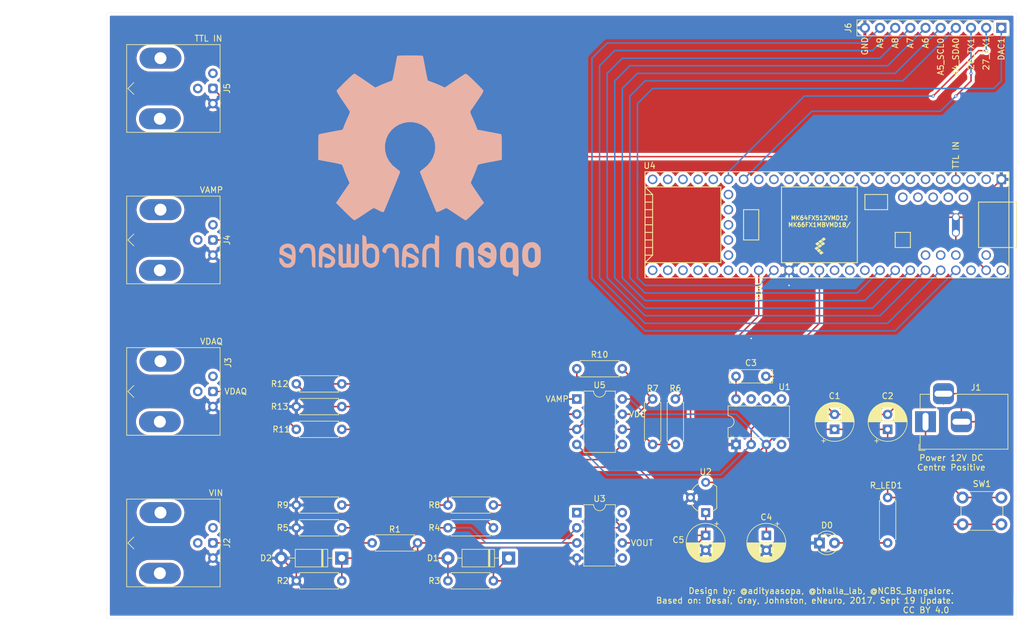
<source format=kicad_pcb>
(kicad_pcb (version 20171130) (host pcbnew "(5.1.6)-1")
  (title_block (title "Dynamic Clamp with Teensy") (date 2020-09-09) (rev v02) (comment 1 "CC BY 4.0") (comment 2 "Based on Desai, Gray, Johnston, eNeuro, 2017. Updated on Sept 19.") (comment 3 "Bhalla Lab, NCBS, Bengaluru") (comment 4 "Aditya Asopa"))
  (layers (0 F.Cu signal) (31 B.Cu signal) (36 B.SilkS user) (37 F.SilkS user) (38 B.Mask user) (39 F.Mask user) (44 Edge.Cuts user))
  (net 0 "")
  (net 1 -6V)
  (net 2 +6V)
  (net 3 "Net-(C3-Pad1)")
  (net 4 GND)
  (net 5 +3V3)
  (net 6 "Net-(D0-Pad2)")
  (net 7 "Net-(D1-Pad2)")
  (net 8 "Net-(J1-Pad1)")
  (net 9 "Net-(J2-Pad1)")
  (net 10 "Net-(J3-Pad1)")
  (net 11 "Net-(J5-Pad1)")
  (net 12 /DAC1)
  (net 13 /27_RX1)
  (net 14 /26_TX1)
  (net 15 /A4_SDA0)
  (net 16 /A5_SCL0)
  (net 17 /A6)
  (net 18 /A7)
  (net 19 /A8)
  (net 20 /A9)
  (net 21 GNDA)
  (net 22 "Net-(R4-Pad1)")
  (net 23 "Net-(R4-Pad2)")
  (net 24 "Net-(R6-Pad2)")
  (net 25 "Net-(R6-Pad1)")
  (net 26 "Net-(R10-Pad2)")
  (net 27 "Net-(R8-Pad1)")
  (net 28 "Net-(R10-Pad1)")
  (net 29 "Net-(R12-Pad2)")
  (net 30 "Net-(U1-Pad4)")
  (net 31 "Net-(U1-Pad7)")
  (net 32 "Net-(U1-Pad6)")
  (net 33 "Net-(U1-Pad5)")
  (net 34 "Net-(U3-Pad1)")
  (net 35 "Net-(U3-Pad5)")
  (net 36 "Net-(U3-Pad8)")
  (net 37 "Net-(U4-Pad17)")
  (net 38 "Net-(U4-Pad20)")
  (net 39 "Net-(U4-Pad16)")
  (net 40 "Net-(U4-Pad15)")
  (net 41 "Net-(U4-Pad14)")
  (net 42 "Net-(U4-Pad21)")
  (net 43 "Net-(U4-Pad22)")
  (net 44 "Net-(U4-Pad23)")
  (net 45 "Net-(U4-Pad24)")
  (net 46 "Net-(U4-Pad25)")
  (net 47 "Net-(U4-Pad26)")
  (net 48 "Net-(U4-Pad27)")
  (net 49 "Net-(U4-Pad28)")
  (net 50 "Net-(U4-Pad29)")
  (net 51 "Net-(U4-Pad30)")
  (net 52 "Net-(U4-Pad31)")
  (net 53 "Net-(U4-Pad32)")
  (net 54 "Net-(U4-Pad33)")
  (net 55 "Net-(U4-Pad34)")
  (net 56 "Net-(U4-Pad35)")
  (net 57 "Net-(U4-Pad36)")
  (net 58 "Net-(U4-Pad13)")
  (net 59 "Net-(U4-Pad12)")
  (net 60 "Net-(U4-Pad11)")
  (net 61 "Net-(U4-Pad10)")
  (net 62 "Net-(U4-Pad9)")
  (net 63 "Net-(U4-Pad8)")
  (net 64 "Net-(U4-Pad7)")
  (net 65 "Net-(U4-Pad6)")
  (net 66 "Net-(U4-Pad5)")
  (net 67 "Net-(U4-Pad3)")
  (net 68 "Net-(U4-Pad2)")
  (net 69 "Net-(U4-Pad40)")
  (net 70 "Net-(U4-Pad42)")
  (net 71 "Net-(U4-Pad43)")
  (net 72 "Net-(U4-Pad44)")
  (net 73 "Net-(U4-Pad51)")
  (net 74 "Net-(U4-Pad53)")
  (net 75 "Net-(U4-Pad54)")
  (net 76 "Net-(U4-Pad55)")
  (net 77 "Net-(U4-Pad56)")
  (net 78 "Net-(U4-Pad57)")
  (net 79 "Net-(J4-Pad1)")
  (module Symbol:OSHW-Logo2_48.7x40mm_SilkScreen (layer B.Cu) (at 101.6 76.454 180)
    (fp_text reference REF** hide)
    (fp_text value OSHW-Logo2_48.7x40mm_SilkScreen hide)
  )
  (module Capacitor_THT:CP_Radial_D6.3mm_P2.50mm (layer F.Cu) (at 161.29 138.43 270)
    (fp_text reference C4 (at -3.048 0 180) (layer F.SilkS))
    (fp_text value 1uF)
    (pad 2 thru_hole circle (at 2.5 0 270) (size 1.6 1.6) (drill 0.8) (layers *.Cu *.Mask) (net 4 GND))
    (pad 1 thru_hole rect (at 0 0 270) (size 1.6 1.6) (drill 0.8) (layers *.Cu *.Mask) (net 2 +6V))
  )
  (module Button_Switch_THT:SW_PUSH_6mm (layer F.Cu) (at 194.16 132.08)
    (fp_text reference SW1 (at 3.25 -2.286) (layer F.SilkS))
    (fp_text value "Power Switch")
    (pad 1 thru_hole circle (at 6.5 0 90) (size 2 2) (drill 1.1) (layers *.Cu *.Mask) (net 8 "Net-(J1-Pad1)"))
    (pad 2 thru_hole circle (at 6.5 4.5 90) (size 2 2) (drill 1.1) (layers *.Cu *.Mask) (net 2 +6V))
    (pad 1 thru_hole circle (at 0 0 90) (size 2 2) (drill 1.1) (layers *.Cu *.Mask) (net 8 "Net-(J1-Pad1)"))
    (pad 2 thru_hole circle (at 0 4.5 90) (size 2 2) (drill 1.1) (layers *.Cu *.Mask) (net 2 +6V))
  )
  (module Package_DIP:DIP-8_W7.62mm (layer F.Cu) (at 156.21 123.19 90)
    (fp_text reference U1 (at 9.652 8.128 180) (layer F.SilkS))
    (fp_text value TLE2426xP)
    (pad 8 thru_hole oval (at 7.62 0 90) (size 1.6 1.6) (drill 0.8) (layers *.Cu *.Mask) (net 3 "Net-(C3-Pad1)"))
    (pad 4 thru_hole oval (at 0 7.62 90) (size 1.6 1.6) (drill 0.8) (layers *.Cu *.Mask) (net 30 "Net-(U1-Pad4)"))
    (pad 7 thru_hole oval (at 7.62 2.54 90) (size 1.6 1.6) (drill 0.8) (layers *.Cu *.Mask) (net 31 "Net-(U1-Pad7)"))
    (pad 3 thru_hole oval (at 0 5.08 90) (size 1.6 1.6) (drill 0.8) (layers *.Cu *.Mask) (net 2 +6V))
    (pad 6 thru_hole oval (at 7.62 5.08 90) (size 1.6 1.6) (drill 0.8) (layers *.Cu *.Mask) (net 32 "Net-(U1-Pad6)"))
    (pad 2 thru_hole oval (at 0 2.54 90) (size 1.6 1.6) (drill 0.8) (layers *.Cu *.Mask) (net 1 -6V))
    (pad 5 thru_hole oval (at 7.62 7.62 90) (size 1.6 1.6) (drill 0.8) (layers *.Cu *.Mask) (net 33 "Net-(U1-Pad5)"))
    (pad 1 thru_hole rect (at 0 0 90) (size 1.6 1.6) (drill 0.8) (layers *.Cu *.Mask) (net 4 GND))
  )
  (module Capacitor_THT:CP_Radial_D6.3mm_P2.50mm (layer F.Cu) (at 181.61 120.65 90)
    (fp_text reference C2 (at 5.588 0 180) (layer F.SilkS))
    (fp_text value 100uF)
    (pad 1 thru_hole rect (at 0 0 90) (size 1.6 1.6) (drill 0.8) (layers *.Cu *.Mask) (net 2 +6V))
    (pad 2 thru_hole circle (at 2.5 0 90) (size 1.6 1.6) (drill 0.8) (layers *.Cu *.Mask) (net 1 -6V))
  )
  (module Capacitor_THT:CP_Radial_D6.3mm_P2.50mm (layer F.Cu) (at 172.72 120.65 90)
    (fp_text reference C1 (at 5.588 0 180) (layer F.SilkS))
    (fp_text value 100uF)
    (pad 2 thru_hole circle (at 2.5 0 90) (size 1.6 1.6) (drill 0.8) (layers *.Cu *.Mask) (net 1 -6V))
    (pad 1 thru_hole rect (at 0 0 90) (size 1.6 1.6) (drill 0.8) (layers *.Cu *.Mask) (net 2 +6V))
  )
  (module Capacitor_THT:C_Rect_L7.0mm_W2.0mm_P5.00mm (layer F.Cu) (at 156.21 111.76)
    (fp_text reference C3 (at 2.5 -2.25) (layer F.SilkS))
    (fp_text value 1uF)
    (pad 1 thru_hole circle (at 0 0) (size 1.6 1.6) (drill 0.8) (layers *.Cu *.Mask) (net 3 "Net-(C3-Pad1)"))
    (pad 2 thru_hole circle (at 5 0) (size 1.6 1.6) (drill 0.8) (layers *.Cu *.Mask) (net 1 -6V))
  )
  (module Capacitor_THT:CP_Radial_D6.3mm_P2.50mm (layer F.Cu) (at 151.13 138.43 270)
    (fp_text reference C5 (at 0.762 4.572 180) (layer F.SilkS))
    (fp_text value 2.2uF)
    (pad 1 thru_hole rect (at 0 0 270) (size 1.6 1.6) (drill 0.8) (layers *.Cu *.Mask) (net 5 +3V3))
    (pad 2 thru_hole circle (at 2.5 0 270) (size 1.6 1.6) (drill 0.8) (layers *.Cu *.Mask) (net 4 GND))
  )
  (module LED_THT:LED_D3.0mm (layer F.Cu) (at 170.18 139.7)
    (fp_text reference D0 (at 1.27 -2.96) (layer F.SilkS))
    (fp_text value "Power LED")
    (pad 2 thru_hole circle (at 2.54 0) (size 1.8 1.8) (drill 0.9) (layers *.Cu *.Mask) (net 6 "Net-(D0-Pad2)"))
    (pad 1 thru_hole rect (at 0 0) (size 1.8 1.8) (drill 0.9) (layers *.Cu *.Mask) (net 4 GND))
  )
  (module Diode_THT:D_DO-41_SOD81_P10.16mm_Horizontal (layer F.Cu) (at 118.11 142.24 180)
    (fp_text reference D1 (at 12.7 0) (layer F.SilkS))
    (fp_text value 1N5817)
    (pad 2 thru_hole oval (at 10.16 0 180) (size 2.2 2.2) (drill 1.1) (layers *.Cu *.Mask) (net 7 "Net-(D1-Pad2)"))
    (pad 1 thru_hole rect (at 0 0 180) (size 2.2 2.2) (drill 1.1) (layers *.Cu *.Mask) (net 5 +3V3))
  )
  (module Diode_THT:D_DO-41_SOD81_P10.16mm_Horizontal (layer F.Cu) (at 90.17 142.24 180)
    (fp_text reference D2 (at 12.7 0) (layer F.SilkS))
    (fp_text value 1N5817)
    (pad 1 thru_hole rect (at 0 0 180) (size 2.2 2.2) (drill 1.1) (layers *.Cu *.Mask) (net 7 "Net-(D1-Pad2)"))
    (pad 2 thru_hole oval (at 10.16 0 180) (size 2.2 2.2) (drill 1.1) (layers *.Cu *.Mask) (net 4 GND))
  )
  (module Connector_BarrelJack:BarrelJack_Horizontal (layer F.Cu) (at 187.96 119.38 180)
    (fp_text reference J1 (at -8.45 5.75) (layer F.SilkS))
    (fp_text value "12V DC")
    (pad 1 thru_hole rect (at 0 0 180) (size 3.5 3.5) (drill oval 1 3) (layers *.Cu *.Mask) (net 8 "Net-(J1-Pad1)"))
    (pad 2 thru_hole roundrect (at -6 0 180) (size 3.500001 3.500001) (drill oval 2.999999 1) (layers *.Cu *.Mask) (net 1 -6V))
    (pad 3 thru_hole roundrect (at -3 4.7 180) (size 3.500001 3.500001) (drill oval 2.999999 1) (layers *.Cu *.Mask) (net 1 -6V))
  )
  (module Connector_Coaxial:BNC_Amphenol_031-6575_Horizontal (layer F.Cu) (at 68.58 139.7 90)
    (fp_text reference J2 (at 0 2.35 90) (layer F.SilkS))
    (fp_text value VIN)
    (pad "" thru_hole oval (at -5.08 -8.89 90) (size 3.5 7) (drill 2.01) (layers *.Cu *.Mask))
    (pad "" thru_hole oval (at 5.08 -8.79 90) (size 3.5 7) (drill 2.01) (layers *.Cu *.Mask))
    (pad 1 thru_hole roundrect (at 0 0 90) (size 1.6 1.6) (drill 0.89) (layers *.Cu *.Mask) (net 9 "Net-(J2-Pad1)"))
    (pad 2 thru_hole circle (at -2.54 0 90) (size 1.6 1.6) (drill 0.89) (layers *.Cu *.Mask) (net 4 GND))
    (pad 3 thru_hole circle (at 0 -2.54 90) (size 1.6 1.6) (drill 0.89) (layers *.Cu *.Mask))
    (pad 4 thru_hole circle (at 2.54 0 90) (size 1.6 1.6) (drill 0.89) (layers *.Cu *.Mask))
  )
  (module Connector_Coaxial:BNC_Amphenol_031-6575_Horizontal (layer F.Cu) (at 68.58 114.3 90)
    (fp_text reference J3 (at 4.826 2.54 90) (layer F.SilkS))
    (fp_text value VDAQ)
    (pad 4 thru_hole circle (at 2.54 0 90) (size 1.6 1.6) (drill 0.89) (layers *.Cu *.Mask))
    (pad 3 thru_hole circle (at 0 -2.54 90) (size 1.6 1.6) (drill 0.89) (layers *.Cu *.Mask))
    (pad 2 thru_hole circle (at -2.54 0 90) (size 1.6 1.6) (drill 0.89) (layers *.Cu *.Mask) (net 4 GND))
    (pad 1 thru_hole roundrect (at 0 0 90) (size 1.6 1.6) (drill 0.89) (layers *.Cu *.Mask) (net 10 "Net-(J3-Pad1)"))
    (pad "" thru_hole oval (at 5.08 -8.79 90) (size 3.5 7) (drill 2.01) (layers *.Cu *.Mask))
    (pad "" thru_hole oval (at -5.08 -8.89 90) (size 3.5 7) (drill 2.01) (layers *.Cu *.Mask))
  )
  (module Connector_Coaxial:BNC_Amphenol_031-6575_Horizontal (layer F.Cu) (at 68.58 88.9 90)
    (fp_text reference J4 (at 0 2.35 90) (layer F.SilkS))
    (fp_text value VAMP)
    (pad "" thru_hole oval (at -5.08 -8.89 90) (size 3.5 7) (drill 2.01) (layers *.Cu *.Mask))
    (pad "" thru_hole oval (at 5.08 -8.79 90) (size 3.5 7) (drill 2.01) (layers *.Cu *.Mask))
    (pad 1 thru_hole roundrect (at 0 0 90) (size 1.6 1.6) (drill 0.89) (layers *.Cu *.Mask) (net 79 "Net-(J4-Pad1)"))
    (pad 2 thru_hole circle (at -2.54 0 90) (size 1.6 1.6) (drill 0.89) (layers *.Cu *.Mask) (net 4 GND))
    (pad 3 thru_hole circle (at 0 -2.54 90) (size 1.6 1.6) (drill 0.89) (layers *.Cu *.Mask))
    (pad 4 thru_hole circle (at 2.54 0 90) (size 1.6 1.6) (drill 0.89) (layers *.Cu *.Mask))
  )
  (module Connector_Coaxial:BNC_Amphenol_031-6575_Horizontal (layer F.Cu) (at 68.58 63.5 90)
    (fp_text reference J5 (at 0 2.35 90) (layer F.SilkS))
    (fp_text value TTL)
    (pad 4 thru_hole circle (at 2.54 0 90) (size 1.6 1.6) (drill 0.89) (layers *.Cu *.Mask))
    (pad 3 thru_hole circle (at 0 -2.54 90) (size 1.6 1.6) (drill 0.89) (layers *.Cu *.Mask))
    (pad 2 thru_hole circle (at -2.54 0 90) (size 1.6 1.6) (drill 0.89) (layers *.Cu *.Mask) (net 4 GND))
    (pad 1 thru_hole roundrect (at 0 0 90) (size 1.6 1.6) (drill 0.89) (layers *.Cu *.Mask) (net 11 "Net-(J5-Pad1)"))
    (pad "" thru_hole oval (at 5.08 -8.79 90) (size 3.5 7) (drill 2.01) (layers *.Cu *.Mask))
    (pad "" thru_hole oval (at -5.08 -8.89 90) (size 3.5 7) (drill 2.01) (layers *.Cu *.Mask))
  )
  (module Connector_PinSocket_2.54mm:PinSocket_1x10_P2.54mm_Vertical (layer F.Cu) (at 200.66 53.34 270)
    (fp_text reference J6 (at 0 25.654 90) (layer F.SilkS))
    (fp_text value Conn_01x10)
    (pad 10 thru_hole oval (at 0 22.86 270) (size 1.7 1.7) (drill 1) (layers *.Cu *.Mask) (net 4 GND))
    (pad 9 thru_hole oval (at 0 20.32 270) (size 1.7 1.7) (drill 1) (layers *.Cu *.Mask) (net 20 /A9))
    (pad 8 thru_hole oval (at 0 17.78 270) (size 1.7 1.7) (drill 1) (layers *.Cu *.Mask) (net 19 /A8))
    (pad 7 thru_hole oval (at 0 15.24 270) (size 1.7 1.7) (drill 1) (layers *.Cu *.Mask) (net 18 /A7))
    (pad 6 thru_hole oval (at 0 12.7 270) (size 1.7 1.7) (drill 1) (layers *.Cu *.Mask) (net 17 /A6))
    (pad 5 thru_hole oval (at 0 10.16 270) (size 1.7 1.7) (drill 1) (layers *.Cu *.Mask) (net 16 /A5_SCL0))
    (pad 4 thru_hole oval (at 0 7.62 270) (size 1.7 1.7) (drill 1) (layers *.Cu *.Mask) (net 15 /A4_SDA0))
    (pad 3 thru_hole oval (at 0 5.08 270) (size 1.7 1.7) (drill 1) (layers *.Cu *.Mask) (net 14 /26_TX1))
    (pad 2 thru_hole oval (at 0 2.54 270) (size 1.7 1.7) (drill 1) (layers *.Cu *.Mask) (net 13 /27_RX1))
    (pad 1 thru_hole rect (at 0 0 270) (size 1.7 1.7) (drill 1) (layers *.Cu *.Mask) (net 12 /DAC1))
  )
  (module NetTie:NetTie-2_THT_Pad1.0mm (layer F.Cu) (at 193.04 85.09 270)
    (fp_text reference NT1 hide)
    (fp_text value Net-Tie_2)
    (fp_poly (pts (xy 0 -0.65) (xy 2.6 -0.65) (xy 2.6 0.65) (xy 0 0.65)) (layer B.Cu) (width 0))
    (fp_poly (pts (xy 0 -0.65) (xy 2.6 -0.65) (xy 2.6 0.65) (xy 0 0.65)) (layer F.Cu) (width 0))
    (pad 1 thru_hole circle (at 0 0 270) (size 1.3 1.3) (drill 1) (layers *.Cu) (net 4 GND))
    (pad 2 thru_hole circle (at 2.6 0 270) (size 1.3 1.3) (drill 1) (layers *.Cu) (net 21 GNDA))
  )
  (module Resistor_THT:R_Axial_DIN0207_L6.3mm_D2.5mm_P7.62mm_Horizontal (layer F.Cu) (at 102.87 139.7 180)
    (fp_text reference R1 (at 3.81 2.286) (layer F.SilkS))
    (fp_text value 10kΩ)
    (pad 2 thru_hole oval (at 7.62 0 180) (size 1.6 1.6) (drill 0.8) (layers *.Cu *.Mask) (net 9 "Net-(J2-Pad1)"))
    (pad 1 thru_hole circle (at 0 0 180) (size 1.6 1.6) (drill 0.8) (layers *.Cu *.Mask) (net 7 "Net-(D1-Pad2)"))
  )
  (module Resistor_THT:R_Axial_DIN0207_L6.3mm_D2.5mm_P7.62mm_Horizontal (layer F.Cu) (at 82.55 146.05)
    (fp_text reference R2 (at -2.286 0) (layer F.SilkS))
    (fp_text value 4.7kΩ)
    (pad 1 thru_hole circle (at 0 0) (size 1.6 1.6) (drill 0.8) (layers *.Cu *.Mask) (net 4 GND))
    (pad 2 thru_hole oval (at 7.62 0) (size 1.6 1.6) (drill 0.8) (layers *.Cu *.Mask) (net 7 "Net-(D1-Pad2)"))
  )
  (module Resistor_THT:R_Axial_DIN0207_L6.3mm_D2.5mm_P7.62mm_Horizontal (layer F.Cu) (at 115.57 146.05 180)
    (fp_text reference R3 (at 9.906 0) (layer F.SilkS))
    (fp_text value 3.2kΩ)
    (pad 1 thru_hole circle (at 0 0 180) (size 1.6 1.6) (drill 0.8) (layers *.Cu *.Mask) (net 5 +3V3))
    (pad 2 thru_hole oval (at 7.62 0 180) (size 1.6 1.6) (drill 0.8) (layers *.Cu *.Mask) (net 7 "Net-(D1-Pad2)"))
  )
  (module Resistor_THT:R_Axial_DIN0207_L6.3mm_D2.5mm_P7.62mm_Horizontal (layer F.Cu) (at 115.57 137.16 180)
    (fp_text reference R4 (at 9.906 0) (layer F.SilkS))
    (fp_text value 0)
    (pad 1 thru_hole circle (at 0 0 180) (size 1.6 1.6) (drill 0.8) (layers *.Cu *.Mask) (net 22 "Net-(R4-Pad1)"))
    (pad 2 thru_hole oval (at 7.62 0 180) (size 1.6 1.6) (drill 0.8) (layers *.Cu *.Mask) (net 23 "Net-(R4-Pad2)"))
  )
  (module Resistor_THT:R_Axial_DIN0207_L6.3mm_D2.5mm_P7.62mm_Horizontal (layer F.Cu) (at 90.17 137.16 180)
    (fp_text reference R5 (at 9.906 0) (layer F.SilkS))
    (fp_text value Inf)
    (pad 2 thru_hole oval (at 7.62 0 180) (size 1.6 1.6) (drill 0.8) (layers *.Cu *.Mask) (net 4 GND))
    (pad 1 thru_hole circle (at 0 0 180) (size 1.6 1.6) (drill 0.8) (layers *.Cu *.Mask) (net 23 "Net-(R4-Pad2)"))
  )
  (module Resistor_THT:R_Axial_DIN0207_L6.3mm_D2.5mm_P7.62mm_Horizontal (layer F.Cu) (at 146.05 123.19 90)
    (fp_text reference R6 (at 9.398 0 180) (layer F.SilkS))
    (fp_text value 4.7kΩ)
    (pad 2 thru_hole oval (at 7.62 0 90) (size 1.6 1.6) (drill 0.8) (layers *.Cu *.Mask) (net 24 "Net-(R6-Pad2)"))
    (pad 1 thru_hole circle (at 0 0 90) (size 1.6 1.6) (drill 0.8) (layers *.Cu *.Mask) (net 25 "Net-(R6-Pad1)"))
  )
  (module Resistor_THT:R_Axial_DIN0207_L6.3mm_D2.5mm_P7.62mm_Horizontal (layer F.Cu) (at 142.24 123.19 90)
    (fp_text reference R7 (at 9.398 0 180) (layer F.SilkS))
    (fp_text value 10kΩ)
    (pad 2 thru_hole oval (at 7.62 0 90) (size 1.6 1.6) (drill 0.8) (layers *.Cu *.Mask) (net 26 "Net-(R10-Pad2)"))
    (pad 1 thru_hole circle (at 0 0 90) (size 1.6 1.6) (drill 0.8) (layers *.Cu *.Mask) (net 25 "Net-(R6-Pad1)"))
  )
  (module Resistor_THT:R_Axial_DIN0207_L6.3mm_D2.5mm_P7.62mm_Horizontal (layer F.Cu) (at 107.95 133.35)
    (fp_text reference R8 (at -2.286 0) (layer F.SilkS))
    (fp_text value 10kΩ)
    (pad 2 thru_hole oval (at 7.62 0) (size 1.6 1.6) (drill 0.8) (layers *.Cu *.Mask) (net 5 +3V3))
    (pad 1 thru_hole circle (at 0 0) (size 1.6 1.6) (drill 0.8) (layers *.Cu *.Mask) (net 27 "Net-(R8-Pad1)"))
  )
  (module Resistor_THT:R_Axial_DIN0207_L6.3mm_D2.5mm_P7.62mm_Horizontal (layer F.Cu) (at 90.17 133.35 180)
    (fp_text reference R9 (at 9.906 0) (layer F.SilkS))
    (fp_text value 4.7kΩ)
    (pad 1 thru_hole circle (at 0 0 180) (size 1.6 1.6) (drill 0.8) (layers *.Cu *.Mask) (net 27 "Net-(R8-Pad1)"))
    (pad 2 thru_hole oval (at 7.62 0 180) (size 1.6 1.6) (drill 0.8) (layers *.Cu *.Mask) (net 4 GND))
  )
  (module Resistor_THT:R_Axial_DIN0207_L6.3mm_D2.5mm_P7.62mm_Horizontal (layer F.Cu) (at 129.54 110.49)
    (fp_text reference R10 (at 3.81 -2.37) (layer F.SilkS))
    (fp_text value 10kΩ)
    (pad 1 thru_hole circle (at 0 0) (size 1.6 1.6) (drill 0.8) (layers *.Cu *.Mask) (net 28 "Net-(R10-Pad1)"))
    (pad 2 thru_hole oval (at 7.62 0) (size 1.6 1.6) (drill 0.8) (layers *.Cu *.Mask) (net 26 "Net-(R10-Pad2)"))
  )
  (module Resistor_THT:R_Axial_DIN0207_L6.3mm_D2.5mm_P7.62mm_Horizontal (layer F.Cu) (at 90.17 120.65 180)
    (fp_text reference R11 (at 10.16 0) (layer F.SilkS))
    (fp_text value 10kΩ)
    (pad 2 thru_hole oval (at 7.62 0 180) (size 1.6 1.6) (drill 0.8) (layers *.Cu *.Mask) (net 10 "Net-(J3-Pad1)"))
    (pad 1 thru_hole circle (at 0 0 180) (size 1.6 1.6) (drill 0.8) (layers *.Cu *.Mask) (net 28 "Net-(R10-Pad1)"))
  )
  (module Resistor_THT:R_Axial_DIN0207_L6.3mm_D2.5mm_P7.62mm_Horizontal (layer F.Cu) (at 90.17 113.03 180)
    (fp_text reference R12 (at 10.414 0) (layer F.SilkS))
    (fp_text value 10kΩ)
    (pad 1 thru_hole circle (at 0 0 180) (size 1.6 1.6) (drill 0.8) (layers *.Cu *.Mask) (net 79 "Net-(J4-Pad1)"))
    (pad 2 thru_hole oval (at 7.62 0 180) (size 1.6 1.6) (drill 0.8) (layers *.Cu *.Mask) (net 29 "Net-(R12-Pad2)"))
  )
  (module Resistor_THT:R_Axial_DIN0207_L6.3mm_D2.5mm_P7.62mm_Horizontal (layer F.Cu) (at 90.17 116.84 180)
    (fp_text reference R13 (at 10.414 0) (layer F.SilkS))
    (fp_text value 10kΩ)
    (pad 1 thru_hole circle (at 0 0 180) (size 1.6 1.6) (drill 0.8) (layers *.Cu *.Mask) (net 29 "Net-(R12-Pad2)"))
    (pad 2 thru_hole oval (at 7.62 0 180) (size 1.6 1.6) (drill 0.8) (layers *.Cu *.Mask) (net 4 GND))
  )
  (module Resistor_THT:R_Axial_DIN0207_L6.3mm_D2.5mm_P7.62mm_Horizontal (layer F.Cu) (at 181.61 139.7 90)
    (fp_text reference R_LED1 (at 9.652 -0.254 180) (layer F.SilkS))
    (fp_text value 470Ω)
    (pad 1 thru_hole circle (at 0 0 90) (size 1.6 1.6) (drill 0.8) (layers *.Cu *.Mask) (net 6 "Net-(D0-Pad2)"))
    (pad 2 thru_hole oval (at 7.62 0 90) (size 1.6 1.6) (drill 0.8) (layers *.Cu *.Mask) (net 2 +6V))
  )
  (module Package_DIP:DIP-8_W7.62mm (layer F.Cu) (at 129.54 134.62)
    (fp_text reference U3 (at 3.81 -2.33) (layer F.SilkS))
    (fp_text value AD8031ANZ)
    (pad 1 thru_hole rect (at 0 0) (size 1.6 1.6) (drill 0.8) (layers *.Cu *.Mask) (net 34 "Net-(U3-Pad1)"))
    (pad 5 thru_hole oval (at 7.62 7.62) (size 1.6 1.6) (drill 0.8) (layers *.Cu *.Mask) (net 35 "Net-(U3-Pad5)"))
    (pad 2 thru_hole oval (at 0 2.54) (size 1.6 1.6) (drill 0.8) (layers *.Cu *.Mask) (net 23 "Net-(R4-Pad2)"))
    (pad 6 thru_hole oval (at 7.62 5.08) (size 1.6 1.6) (drill 0.8) (layers *.Cu *.Mask) (net 22 "Net-(R4-Pad1)"))
    (pad 3 thru_hole oval (at 0 5.08) (size 1.6 1.6) (drill 0.8) (layers *.Cu *.Mask) (net 7 "Net-(D1-Pad2)"))
    (pad 7 thru_hole oval (at 7.62 2.54) (size 1.6 1.6) (drill 0.8) (layers *.Cu *.Mask) (net 5 +3V3))
    (pad 4 thru_hole oval (at 0 7.62) (size 1.6 1.6) (drill 0.8) (layers *.Cu *.Mask) (net 4 GND))
    (pad 8 thru_hole oval (at 7.62 0) (size 1.6 1.6) (drill 0.8) (layers *.Cu *.Mask) (net 36 "Net-(U3-Pad8)"))
  )
  (module teensy:Teensy35_36 (layer F.Cu) (at 171.45 86.36 180)
    (fp_text reference U4 (at 29.718 9.906) (layer F.SilkS))
    (fp_text value Teensy3.6)
    (fp_text user MK66FX1MBVMD18/ (at 1.27 0) (layer F.SilkS) (effects (font (size 0.7 0.7))))
    (fp_text user MK64FX512VMD12 (at 1.27 1.143) (layer F.SilkS) (effects (font (size 0.7 0.7))))
    (pad 17 thru_hole circle (at 11.43 7.62 180) (size 1.6 1.6) (drill 1.1) (layers *.Cu *.Mask) (net 37 "Net-(U4-Pad17)"))
    (pad 18 thru_hole circle (at 13.97 7.62 180) (size 1.6 1.6) (drill 1.1) (layers *.Cu *.Mask) (net 14 /26_TX1))
    (pad 19 thru_hole circle (at 16.51 7.62 180) (size 1.6 1.6) (drill 1.1) (layers *.Cu *.Mask) (net 13 /27_RX1))
    (pad 20 thru_hole circle (at 19.05 7.62 180) (size 1.6 1.6) (drill 1.1) (layers *.Cu *.Mask) (net 38 "Net-(U4-Pad20)"))
    (pad 16 thru_hole circle (at 8.89 7.62 180) (size 1.6 1.6) (drill 1.1) (layers *.Cu *.Mask) (net 39 "Net-(U4-Pad16)"))
    (pad 15 thru_hole circle (at 6.35 7.62 180) (size 1.6 1.6) (drill 1.1) (layers *.Cu *.Mask) (net 40 "Net-(U4-Pad15)"))
    (pad 14 thru_hole circle (at 3.81 7.62 180) (size 1.6 1.6) (drill 1.1) (layers *.Cu *.Mask) (net 41 "Net-(U4-Pad14)"))
    (pad 21 thru_hole circle (at 21.59 7.62 180) (size 1.6 1.6) (drill 1.1) (layers *.Cu *.Mask) (net 42 "Net-(U4-Pad21)"))
    (pad 22 thru_hole circle (at 24.13 7.62 180) (size 1.6 1.6) (drill 1.1) (layers *.Cu *.Mask) (net 43 "Net-(U4-Pad22)"))
    (pad 23 thru_hole circle (at 26.67 7.62 180) (size 1.6 1.6) (drill 1.1) (layers *.Cu *.Mask) (net 44 "Net-(U4-Pad23)"))
    (pad 24 thru_hole circle (at 29.21 7.62 180) (size 1.6 1.6) (drill 1.1) (layers *.Cu *.Mask) (net 45 "Net-(U4-Pad24)"))
    (pad 25 thru_hole circle (at 16.51 5.08 180) (size 1.6 1.6) (drill 1.1) (layers *.Cu *.Mask) (net 46 "Net-(U4-Pad25)"))
    (pad 26 thru_hole circle (at 16.51 2.54 180) (size 1.6 1.6) (drill 1.1) (layers *.Cu *.Mask) (net 47 "Net-(U4-Pad26)"))
    (pad 27 thru_hole circle (at 16.51 0 180) (size 1.6 1.6) (drill 1.1) (layers *.Cu *.Mask) (net 48 "Net-(U4-Pad27)"))
    (pad 28 thru_hole circle (at 16.51 -2.54 180) (size 1.6 1.6) (drill 1.1) (layers *.Cu *.Mask) (net 49 "Net-(U4-Pad28)"))
    (pad 29 thru_hole circle (at 16.51 -5.08 180) (size 1.6 1.6) (drill 1.1) (layers *.Cu *.Mask) (net 50 "Net-(U4-Pad29)"))
    (pad 30 thru_hole circle (at 29.21 -7.62 180) (size 1.6 1.6) (drill 1.1) (layers *.Cu *.Mask) (net 51 "Net-(U4-Pad30)"))
    (pad 31 thru_hole circle (at 26.67 -7.62 180) (size 1.6 1.6) (drill 1.1) (layers *.Cu *.Mask) (net 52 "Net-(U4-Pad31)"))
    (pad 32 thru_hole circle (at 24.13 -7.62 180) (size 1.6 1.6) (drill 1.1) (layers *.Cu *.Mask) (net 53 "Net-(U4-Pad32)"))
    (pad 33 thru_hole circle (at 21.59 -7.62 180) (size 1.6 1.6) (drill 1.1) (layers *.Cu *.Mask) (net 54 "Net-(U4-Pad33)"))
    (pad 34 thru_hole circle (at 19.05 -7.62 180) (size 1.6 1.6) (drill 1.1) (layers *.Cu *.Mask) (net 55 "Net-(U4-Pad34)"))
    (pad 35 thru_hole circle (at 16.51 -7.62 180) (size 1.6 1.6) (drill 1.1) (layers *.Cu *.Mask) (net 56 "Net-(U4-Pad35)"))
    (pad 36 thru_hole circle (at 13.97 -7.62 180) (size 1.6 1.6) (drill 1.1) (layers *.Cu *.Mask) (net 57 "Net-(U4-Pad36)"))
    (pad 37 thru_hole circle (at 11.43 -7.62 180) (size 1.6 1.6) (drill 1.1) (layers *.Cu *.Mask) (net 24 "Net-(R6-Pad2)"))
    (pad 13 thru_hole circle (at 1.27 7.62 180) (size 1.6 1.6) (drill 1.1) (layers *.Cu *.Mask) (net 58 "Net-(U4-Pad13)"))
    (pad 12 thru_hole circle (at -1.27 7.62 180) (size 1.6 1.6) (drill 1.1) (layers *.Cu *.Mask) (net 59 "Net-(U4-Pad12)"))
    (pad 11 thru_hole circle (at -3.81 7.62 180) (size 1.6 1.6) (drill 1.1) (layers *.Cu *.Mask) (net 60 "Net-(U4-Pad11)"))
    (pad 10 thru_hole circle (at -6.35 7.62 180) (size 1.6 1.6) (drill 1.1) (layers *.Cu *.Mask) (net 61 "Net-(U4-Pad10)"))
    (pad 9 thru_hole circle (at -8.89 7.62 180) (size 1.6 1.6) (drill 1.1) (layers *.Cu *.Mask) (net 62 "Net-(U4-Pad9)"))
    (pad 8 thru_hole circle (at -11.43 7.62 180) (size 1.6 1.6) (drill 1.1) (layers *.Cu *.Mask) (net 63 "Net-(U4-Pad8)"))
    (pad 7 thru_hole circle (at -13.97 7.62 180) (size 1.6 1.6) (drill 1.1) (layers *.Cu *.Mask) (net 64 "Net-(U4-Pad7)"))
    (pad 6 thru_hole circle (at -16.51 7.62 180) (size 1.6 1.6) (drill 1.1) (layers *.Cu *.Mask) (net 65 "Net-(U4-Pad6)"))
    (pad 5 thru_hole circle (at -19.05 7.62 180) (size 1.6 1.6) (drill 1.1) (layers *.Cu *.Mask) (net 66 "Net-(U4-Pad5)"))
    (pad 4 thru_hole circle (at -21.59 7.62 180) (size 1.6 1.6) (drill 1.1) (layers *.Cu *.Mask) (net 11 "Net-(J5-Pad1)"))
    (pad 3 thru_hole circle (at -24.13 7.62 180) (size 1.6 1.6) (drill 1.1) (layers *.Cu *.Mask) (net 67 "Net-(U4-Pad3)"))
    (pad 2 thru_hole circle (at -26.67 7.62 180) (size 1.6 1.6) (drill 1.1) (layers *.Cu *.Mask) (net 68 "Net-(U4-Pad2)"))
    (pad 1 thru_hole rect (at -29.21 7.62 180) (size 1.6 1.6) (drill 1.1) (layers *.Cu *.Mask) (net 4 GND))
    (pad 38 thru_hole circle (at 8.89 -7.62 180) (size 1.6 1.6) (drill 1.1) (layers *.Cu *.Mask) (net 12 /DAC1))
    (pad 39 thru_hole circle (at 6.35 -7.62 180) (size 1.6 1.6) (drill 1.1) (layers *.Cu *.Mask) (net 4 GND))
    (pad 40 thru_hole circle (at 3.81 -7.62 180) (size 1.6 1.6) (drill 1.1) (layers *.Cu *.Mask) (net 69 "Net-(U4-Pad40)"))
    (pad 41 thru_hole circle (at 1.27 -7.62 180) (size 1.6 1.6) (drill 1.1) (layers *.Cu *.Mask) (net 22 "Net-(R4-Pad1)"))
    (pad 42 thru_hole circle (at -1.27 -7.62 180) (size 1.6 1.6) (drill 1.1) (layers *.Cu *.Mask) (net 70 "Net-(U4-Pad42)"))
    (pad 43 thru_hole circle (at -3.81 -7.62 180) (size 1.6 1.6) (drill 1.1) (layers *.Cu *.Mask) (net 71 "Net-(U4-Pad43)"))
    (pad 44 thru_hole circle (at -6.35 -7.62 180) (size 1.6 1.6) (drill 1.1) (layers *.Cu *.Mask) (net 72 "Net-(U4-Pad44)"))
    (pad 45 thru_hole circle (at -8.89 -7.62 180) (size 1.6 1.6) (drill 1.1) (layers *.Cu *.Mask) (net 15 /A4_SDA0))
    (pad 46 thru_hole circle (at -11.43 -7.62 180) (size 1.6 1.6) (drill 1.1) (layers *.Cu *.Mask) (net 16 /A5_SCL0))
    (pad 47 thru_hole circle (at -13.97 -7.62 180) (size 1.6 1.6) (drill 1.1) (layers *.Cu *.Mask) (net 17 /A6))
    (pad 48 thru_hole circle (at -16.51 -7.62 180) (size 1.6 1.6) (drill 1.1) (layers *.Cu *.Mask) (net 18 /A7))
    (pad 49 thru_hole circle (at -19.05 -7.62 180) (size 1.6 1.6) (drill 1.1) (layers *.Cu *.Mask) (net 19 /A8))
    (pad 50 thru_hole circle (at -21.59 -7.62 180) (size 1.6 1.6) (drill 1.1) (layers *.Cu *.Mask) (net 20 /A9))
    (pad 51 thru_hole circle (at -24.13 -7.62 180) (size 1.6 1.6) (drill 1.1) (layers *.Cu *.Mask) (net 73 "Net-(U4-Pad51)"))
    (pad 52 thru_hole circle (at -26.67 -7.62 180) (size 1.6 1.6) (drill 1.1) (layers *.Cu *.Mask) (net 21 GNDA))
    (pad 53 thru_hole circle (at -29.21 -7.62 180) (size 1.6 1.6) (drill 1.1) (layers *.Cu *.Mask) (net 74 "Net-(U4-Pad53)"))
    (pad 54 thru_hole circle (at -26.67 -5.08 180) (size 1.6 1.6) (drill 1.1) (layers *.Cu *.Mask) (net 75 "Net-(U4-Pad54)"))
    (pad 55 thru_hole circle (at -21.59 -5.08 180) (size 1.6 1.6) (drill 1.1) (layers *.Cu *.Mask) (net 76 "Net-(U4-Pad55)"))
    (pad 56 thru_hole circle (at -19.05 -5.08 180) (size 1.6 1.6) (drill 1.1) (layers *.Cu *.Mask) (net 77 "Net-(U4-Pad56)"))
    (pad 57 thru_hole circle (at -16.51 -5.08 180) (size 1.6 1.6) (drill 1.1) (layers *.Cu *.Mask) (net 78 "Net-(U4-Pad57)"))
    (pad 58 thru_hole circle (at -22.86 4.62 180) (size 1.6 1.6) (drill 1.1) (layers *.Cu *.Mask))
    (pad 59 thru_hole circle (at -20.32 4.62 180) (size 1.6 1.6) (drill 1.1) (layers *.Cu *.Mask))
    (pad 60 thru_hole circle (at -17.78 4.62 180) (size 1.6 1.6) (drill 1.1) (layers *.Cu *.Mask))
    (pad 61 thru_hole circle (at -15.24 4.62 180) (size 1.6 1.6) (drill 1.1) (layers *.Cu *.Mask))
    (pad 62 thru_hole circle (at -12.7 4.62 180) (size 1.6 1.6) (drill 1.1) (layers *.Cu *.Mask))
  )
  (module Package_DIP:DIP-8_W7.62mm (layer F.Cu) (at 129.54 115.57)
    (fp_text reference U5 (at 3.81 -2.33) (layer F.SilkS))
    (fp_text value LM358)
    (pad 1 thru_hole rect (at 0 0) (size 1.6 1.6) (drill 0.8) (layers *.Cu *.Mask) (net 79 "Net-(J4-Pad1)"))
    (pad 5 thru_hole oval (at 7.62 7.62) (size 1.6 1.6) (drill 0.8) (layers *.Cu *.Mask) (net 27 "Net-(R8-Pad1)"))
    (pad 2 thru_hole oval (at 0 2.54) (size 1.6 1.6) (drill 0.8) (layers *.Cu *.Mask) (net 29 "Net-(R12-Pad2)"))
    (pad 6 thru_hole oval (at 7.62 5.08) (size 1.6 1.6) (drill 0.8) (layers *.Cu *.Mask) (net 25 "Net-(R6-Pad1)"))
    (pad 3 thru_hole oval (at 0 5.08) (size 1.6 1.6) (drill 0.8) (layers *.Cu *.Mask) (net 28 "Net-(R10-Pad1)"))
    (pad 7 thru_hole oval (at 7.62 2.54) (size 1.6 1.6) (drill 0.8) (layers *.Cu *.Mask) (net 26 "Net-(R10-Pad2)"))
    (pad 4 thru_hole oval (at 0 7.62) (size 1.6 1.6) (drill 0.8) (layers *.Cu *.Mask) (net 1 -6V))
    (pad 8 thru_hole oval (at 7.62 0) (size 1.6 1.6) (drill 0.8) (layers *.Cu *.Mask) (net 2 +6V))
  )
  (module Package_TO_SOT_THT:TO-92_Wide (layer F.Cu) (at 151.13 134.62 90)
    (fp_text reference U2 (at 6.858 0 180) (layer F.SilkS))
    (fp_text value LP2950-3.3)
    (pad 2 thru_hole circle (at 2.54 -2.54 180) (size 1.5 1.5) (drill 0.8) (layers *.Cu *.Mask) (net 4 GND))
    (pad 3 thru_hole circle (at 5.08 0 180) (size 1.5 1.5) (drill 0.8) (layers *.Cu *.Mask) (net 2 +6V))
    (pad 1 thru_hole rect (at 0 0 180) (size 1.5 1.5) (drill 0.8) (layers *.Cu *.Mask) (net 5 +3V3))
  )
  (gr_text "Ver 2.0" (at 197.866 150.114) (layer F.Cu) (effects (font (size 1.5 1.5) (thickness 0.3))))
  (gr_text GND (at 177.8 56.388 90) (layer F.SilkS) (effects (font (size 1 1))))
  (gr_text A9 (at 180.34 55.88 90) (layer F.SilkS) (effects (font (size 1 1))))
  (gr_text A8 (at 182.88 55.88 90) (layer F.SilkS) (effects (font (size 1 1))))
  (gr_text A7 (at 185.42 55.88 90) (layer F.SilkS) (effects (font (size 1 1))))
  (gr_text A6 (at 187.96 55.88 90) (layer F.SilkS) (effects (font (size 1 1))))
  (gr_text A5_SCL0 (at 190.5 58.166 90) (layer F.SilkS) (effects (font (size 1 1))))
  (gr_text A4_SDA0 (at 193.04 58.166 90) (layer F.SilkS) (effects (font (size 1 1))))
  (gr_text 26_TX1 (at 195.58 60.452 90) (layer F.SilkS) (effects (font (size 1 1)) (justify left)))
  (gr_text 27_RX1 (at 198.12 57.658 90) (layer F.SilkS) (effects (font (size 1 1))))
  (gr_text DAC1 (at 200.66 56.896 90) (layer F.SilkS) (effects (font (size 1 1))))
  (gr_text "Design by: @adityaasopa, @bhalla_lab, @NCBS_Bangalore.\nBased on: Desai, Gray, Johnston, eNeuro, 2017. Sept 19 Update.\nCC BY 4.0 " (at 192.786 149.352) (layer F.SilkS) (effects (font (size 1 1)) (justify right)))
  (gr_text "TTL IN" (at 193.04 74.676 90) (layer F.SilkS) (effects (font (size 1 1))))
  (gr_text VAMP (at 126.238 115.57) (layer F.SilkS) (effects (font (size 1 1))))
  (gr_text VDAQ (at 72.39 114.3) (layer F.SilkS) (effects (font (size 1 1))))
  (gr_text VDC (at 139.7 118.11) (layer F.SilkS) (effects (font (size 1 1))))
  (gr_text VDAC (at 160.02 97.282 90) (layer F.SilkS) (effects (font (size 1 1))))
  (gr_text VOUT (at 140.462 139.7) (layer F.SilkS) (effects (font (size 1 1))))
  (gr_text "TTL IN" (at 67.818 55.118) (layer F.SilkS) (effects (font (size 1 1))))
  (gr_text VAMP (at 68.326 80.518) (layer F.SilkS) (effects (font (size 1 1))))
  (gr_text VDAQ (at 68.326 105.918) (layer F.SilkS) (effects (font (size 1 1))))
  (gr_text VIN (at 69.088 131.318) (layer F.SilkS) (effects (font (size 1 1))))
  (gr_text "Power 12V DC\nCentre Positive" (at 192.278 126.238) (layer F.SilkS) (effects (font (size 1 1))))
  (gr_line (start 50.8 152.4) (end 50.8 50.8) (layer Edge.Cuts) (width 0.0254))
  (gr_line (start 203.2 152.4) (end 50.8 152.4) (layer Edge.Cuts) (width 0.0254))
  (gr_line (start 203.2 50.8) (end 203.2 152.4) (layer Edge.Cuts) (width 0.0254))
  (gr_line (start 50.8 50.8) (end 203.2 50.8) (layer Edge.Cuts) (width 0.0254))
  (segment (start 189.27 110.49) (end 181.61 118.15) (width 0.254) (layer F.Cu) (net 1))
  (segment (start 181.61 118.15) (end 172.72 118.15) (width 0.254) (layer F.Cu) (net 1))
  (segment (start 172.72 118.15) (end 166.37 111.8) (width 0.254) (layer F.Cu) (net 1))
  (segment (start 161.25 111.8) (end 161.21 111.76) (width 0.254) (layer F.Cu) (net 1))
  (segment (start 166.37 111.8) (end 161.25 111.8) (width 0.254) (layer F.Cu) (net 1))
  (segment (start 158.75 123.19) (end 158.75 120.65) (width 0.254) (layer F.Cu) (net 1))
  (segment (start 161.25 118.15) (end 172.72 118.15) (width 0.254) (layer F.Cu) (net 1))
  (segment (start 158.75 120.65) (end 161.25 118.15) (width 0.254) (layer F.Cu) (net 1))
  (segment (start 129.54 123.19) (end 134.62 128.27) (width 0.254) (layer B.Cu) (net 1))
  (segment (start 134.62 128.27) (end 153.67 128.27) (width 0.254) (layer B.Cu) (net 1))
  (segment (start 153.67 128.27) (end 158.75 123.19) (width 0.254) (layer B.Cu) (net 1))
  (segment (start 190.96 114.68) (end 190.96 116.38) (width 0.254) (layer F.Cu) (net 1))
  (segment (start 193.96 119.38) (end 196.596 119.38) (width 0.254) (layer F.Cu) (net 1))
  (segment (start 196.596 119.38) (end 199.898 116.078) (width 0.254) (layer F.Cu) (net 1))
  (segment (start 199.898 116.078) (end 199.898 110.998) (width 0.254) (layer F.Cu) (net 1))
  (segment (start 199.898 110.998) (end 199.39 110.49) (width 0.254) (layer F.Cu) (net 1))
  (segment (start 199.39 110.49) (end 189.27 110.49) (width 0.254) (layer F.Cu) (net 1))
  (segment (start 190.96 114.68) (end 193.42 114.68) (width 0.254) (layer F.Cu) (net 1))
  (segment (start 193.96 115.22) (end 193.96 119.38) (width 0.254) (layer F.Cu) (net 1))
  (segment (start 193.42 114.68) (end 193.96 115.22) (width 0.254) (layer F.Cu) (net 1))
  (segment (start 200.66 136.58) (end 194.16 136.58) (width 0.254) (layer F.Cu) (net 2))
  (segment (start 194.16 136.58) (end 188.65 136.58) (width 0.254) (layer F.Cu) (net 2))
  (segment (start 181.61 129.54) (end 181.61 120.65) (width 0.254) (layer F.Cu) (net 2))
  (segment (start 181.61 120.65) (end 172.72 120.65) (width 0.254) (layer F.Cu) (net 2))
  (segment (start 161.29 123.19) (end 163.83 120.65) (width 0.254) (layer F.Cu) (net 2))
  (segment (start 163.83 120.65) (end 172.72 120.65) (width 0.254) (layer F.Cu) (net 2))
  (segment (start 161.29 123.19) (end 161.29 127) (width 0.254) (layer F.Cu) (net 2))
  (segment (start 184.15 132.08) (end 188.65 136.58) (width 0.254) (layer F.Cu) (net 2))
  (segment (start 181.61 132.08) (end 184.15 132.08) (width 0.254) (layer F.Cu) (net 2))
  (segment (start 181.61 129.54) (end 181.61 132.08) (width 0.254) (layer F.Cu) (net 2))
  (segment (start 161.29 138.43) (end 161.29 134.62) (width 0.254) (layer F.Cu) (net 2))
  (segment (start 161.29 123.19) (end 161.29 138.43) (width 0.254) (layer F.Cu) (net 2))
  (segment (start 140.97 118.11) (end 138.43 115.57) (width 0.254) (layer B.Cu) (net 2))
  (segment (start 138.43 115.57) (end 137.16 115.57) (width 0.254) (layer B.Cu) (net 2))
  (segment (start 161.29 123.19) (end 156.21 118.11) (width 0.254) (layer B.Cu) (net 2))
  (segment (start 156.21 118.11) (end 140.97 118.11) (width 0.254) (layer B.Cu) (net 2))
  (segment (start 151.13 129.54) (end 154.94 129.54) (width 0.254) (layer F.Cu) (net 2))
  (segment (start 154.94 129.54) (end 161.29 123.19) (width 0.254) (layer F.Cu) (net 2))
  (segment (start 156.21 111.76) (end 156.21 115.57) (width 0.254) (layer F.Cu) (net 3))
  (segment (start 82.55 144.78) (end 82.55 146.05) (width 0.254) (layer F.Cu) (net 4))
  (segment (start 80.01 142.24) (end 82.55 144.78) (width 0.254) (layer F.Cu) (net 4))
  (segment (start 165.1 93.98) (end 173.99 85.09) (width 0.254) (layer F.Cu) (net 4))
  (segment (start 173.99 85.09) (end 193.04 85.09) (width 0.254) (layer F.Cu) (net 4))
  (segment (start 194.31 85.09) (end 200.66 78.74) (width 0.254) (layer F.Cu) (net 4))
  (segment (start 193.04 85.09) (end 194.31 85.09) (width 0.254) (layer F.Cu) (net 4))
  (segment (start 165.1 93.98) (end 165.1 96.52) (width 0.254) (layer B.Cu) (net 4))
  (segment (start 165.1 96.52) (end 165.1 96.52) (width 0.254) (layer B.Cu) (net 4))
  (via (at 165.1 96.52) (size 0.508) (drill 0.254) (layers F.Cu B.Cu) (net 4))
  (segment (start 165.1 96.52) (end 165.1 99.06) (width 0.254) (layer F.Cu) (net 4))
  (segment (start 165.1 99.06) (end 158.75 105.41) (width 0.254) (layer F.Cu) (net 4))
  (segment (start 158.75 105.41) (end 158.75 105.41) (width 0.254) (layer F.Cu) (net 4))
  (via (at 158.75 105.41) (size 0.508) (drill 0.254) (layers F.Cu B.Cu) (net 4))
  (segment (start 133.35 53.34) (end 177.8 53.34) (width 0.254) (layer B.Cu) (net 4))
  (segment (start 130.81 95.25) (end 130.81 55.88) (width 0.254) (layer B.Cu) (net 4))
  (segment (start 130.81 55.88) (end 133.35 53.34) (width 0.254) (layer B.Cu) (net 4))
  (segment (start 158.75 105.41) (end 140.97 105.41) (width 0.254) (layer B.Cu) (net 4))
  (segment (start 140.97 105.41) (end 130.81 95.25) (width 0.254) (layer B.Cu) (net 4))
  (segment (start 146.05 129.54) (end 148.59 132.08) (width 0.254) (layer F.Cu) (net 4))
  (segment (start 156.21 123.19) (end 149.86 123.19) (width 0.254) (layer F.Cu) (net 4))
  (segment (start 146.05 127) (end 146.05 129.54) (width 0.254) (layer F.Cu) (net 4))
  (segment (start 149.86 123.19) (end 146.05 127) (width 0.254) (layer F.Cu) (net 4))
  (via (at 190.5 149.606) (size 0.508) (drill 0.254) (layers F.Cu B.Cu) (net 4))
  (segment (start 143.51 146.05) (end 151.13 138.43) (width 0.254) (layer F.Cu) (net 5))
  (segment (start 115.57 146.05) (end 143.51 146.05) (width 0.254) (layer F.Cu) (net 5))
  (segment (start 115.57 133.35) (end 116.967 133.35) (width 0.254) (layer F.Cu) (net 5))
  (segment (start 116.967 133.35) (end 119.507 130.81) (width 0.254) (layer F.Cu) (net 5))
  (segment (start 130.81 130.81) (end 137.16 137.16) (width 0.254) (layer F.Cu) (net 5))
  (segment (start 119.507 130.81) (end 130.81 130.81) (width 0.254) (layer F.Cu) (net 5))
  (segment (start 134.62 137.16) (end 137.16 137.16) (width 0.254) (layer F.Cu) (net 5))
  (segment (start 144.907 138.43) (end 138.557 144.78) (width 0.254) (layer F.Cu) (net 5))
  (segment (start 151.13 138.43) (end 144.907 138.43) (width 0.254) (layer F.Cu) (net 5))
  (segment (start 133.223 138.557) (end 134.62 137.16) (width 0.254) (layer F.Cu) (net 5))
  (segment (start 135.89 144.78) (end 133.223 142.113) (width 0.254) (layer F.Cu) (net 5))
  (segment (start 138.557 144.78) (end 135.89 144.78) (width 0.254) (layer F.Cu) (net 5))
  (segment (start 133.223 142.113) (end 133.223 138.557) (width 0.254) (layer F.Cu) (net 5))
  (segment (start 118.11 142.24) (end 115.57 144.78) (width 0.254) (layer F.Cu) (net 5))
  (segment (start 115.57 144.78) (end 115.57 146.05) (width 0.254) (layer F.Cu) (net 5))
  (segment (start 151.13 134.62) (end 151.13 138.43) (width 0.254) (layer F.Cu) (net 5))
  (segment (start 172.72 139.7) (end 181.61 139.7) (width 0.254) (layer F.Cu) (net 6))
  (segment (start 102.87 139.7) (end 129.54 139.7) (width 0.254) (layer F.Cu) (net 7))
  (segment (start 100.33 142.24) (end 102.87 139.7) (width 0.254) (layer F.Cu) (net 7))
  (segment (start 90.17 142.24) (end 100.33 142.24) (width 0.254) (layer F.Cu) (net 7))
  (segment (start 102.87 139.7) (end 102.87 140.97) (width 0.254) (layer F.Cu) (net 7))
  (segment (start 104.14 142.24) (end 107.95 142.24) (width 0.254) (layer F.Cu) (net 7))
  (segment (start 102.87 140.97) (end 104.14 142.24) (width 0.254) (layer F.Cu) (net 7))
  (segment (start 90.17 142.24) (end 90.17 146.05) (width 0.254) (layer F.Cu) (net 7))
  (segment (start 107.95 142.24) (end 107.95 146.05) (width 0.254) (layer F.Cu) (net 7))
  (segment (start 187.96 125.88) (end 194.16 132.08) (width 0.254) (layer F.Cu) (net 8))
  (segment (start 187.96 119.38) (end 187.96 125.88) (width 0.254) (layer F.Cu) (net 8))
  (segment (start 194.16 132.08) (end 200.66 132.08) (width 0.254) (layer F.Cu) (net 8))
  (segment (start 95.25 139.7) (end 68.58 139.7) (width 0.254) (layer F.Cu) (net 9))
  (segment (start 68.58 114.3) (end 76.2 114.3) (width 0.254) (layer F.Cu) (net 10))
  (segment (start 76.2 114.3) (end 82.55 120.65) (width 0.254) (layer F.Cu) (net 10))
  (segment (start 193.04 78.74) (end 193.04 76.2) (width 0.254) (layer F.Cu) (net 11))
  (segment (start 193.04 76.2) (end 191.77 74.93) (width 0.254) (layer F.Cu) (net 11))
  (segment (start 68.58 63.5) (end 71.12 66.04) (width 0.254) (layer F.Cu) (net 11))
  (segment (start 71.12 66.04) (end 71.12 72.39) (width 0.254) (layer F.Cu) (net 11))
  (segment (start 71.12 72.39) (end 73.66 74.93) (width 0.254) (layer F.Cu) (net 11))
  (segment (start 73.66 74.93) (end 191.77 74.93) (width 0.254) (layer F.Cu) (net 11))
  (segment (start 162.56 93.98) (end 160.02 96.52) (width 0.254) (layer B.Cu) (net 12))
  (segment (start 160.02 96.52) (end 140.97 96.52) (width 0.254) (layer B.Cu) (net 12))
  (segment (start 140.97 96.52) (end 139.7 95.25) (width 0.254) (layer B.Cu) (net 12))
  (segment (start 200.66 53.34) (end 200.66 62.23) (width 0.254) (layer B.Cu) (net 12))
  (segment (start 200.66 62.23) (end 199.39 63.5) (width 0.254) (layer B.Cu) (net 12))
  (segment (start 199.39 63.5) (end 142.24 63.5) (width 0.254) (layer B.Cu) (net 12))
  (segment (start 142.24 63.5) (end 139.7 66.04) (width 0.254) (layer B.Cu) (net 12))
  (segment (start 139.7 66.04) (end 139.7 78.74) (width 0.254) (layer B.Cu) (net 12))
  (segment (start 139.7 95.25) (end 139.7 78.74) (width 0.254) (layer B.Cu) (net 12))
  (segment (start 139.7 78.74) (end 139.7 77.47) (width 0.254) (layer B.Cu) (net 12))
  (segment (start 198.12 53.34) (end 198.12 57.15) (width 0.254) (layer B.Cu) (net 13))
  (segment (start 198.12 57.15) (end 198.12 57.15) (width 0.254) (layer B.Cu) (net 13))
  (via (at 198.12 57.15) (size 0.508) (drill 0.254) (layers F.Cu B.Cu) (net 13))
  (segment (start 198.12 57.15) (end 196.85 57.15) (width 0.254) (layer F.Cu) (net 13))
  (segment (start 196.85 57.15) (end 189.23 64.77) (width 0.254) (layer F.Cu) (net 13))
  (segment (start 189.23 64.77) (end 189.23 64.77) (width 0.254) (layer F.Cu) (net 13))
  (via (at 189.23 64.77) (size 0.508) (drill 0.254) (layers F.Cu B.Cu) (net 13))
  (segment (start 189.23 64.77) (end 173.99 64.77) (width 0.254) (layer B.Cu) (net 13))
  (segment (start 154.94 78.74) (end 154.94 77.47) (width 0.254) (layer B.Cu) (net 13))
  (segment (start 167.64 64.77) (end 173.99 64.77) (width 0.254) (layer B.Cu) (net 13))
  (segment (start 154.94 77.47) (end 167.64 64.77) (width 0.254) (layer B.Cu) (net 13))
  (segment (start 195.58 53.34) (end 195.58 60.96) (width 0.254) (layer B.Cu) (net 14))
  (segment (start 195.58 60.96) (end 195.58 60.96) (width 0.254) (layer B.Cu) (net 14))
  (via (at 195.58 60.96) (size 0.508) (drill 0.254) (layers F.Cu B.Cu) (net 14))
  (segment (start 195.58 60.96) (end 195.58 62.23) (width 0.254) (layer F.Cu) (net 14))
  (segment (start 195.58 62.23) (end 193.04 64.77) (width 0.254) (layer F.Cu) (net 14))
  (segment (start 193.04 64.77) (end 193.04 64.77) (width 0.254) (layer F.Cu) (net 14))
  (via (at 193.04 64.77) (size 0.508) (drill 0.254) (layers F.Cu B.Cu) (net 14))
  (segment (start 157.48 78.74) (end 168.91 67.31) (width 0.254) (layer B.Cu) (net 14))
  (segment (start 168.91 67.31) (end 190.5 67.31) (width 0.254) (layer B.Cu) (net 14))
  (segment (start 190.5 67.31) (end 193.04 64.77) (width 0.254) (layer B.Cu) (net 14))
  (segment (start 184.15 62.23) (end 193.04 53.34) (width 0.254) (layer B.Cu) (net 15))
  (segment (start 140.97 62.23) (end 184.15 62.23) (width 0.254) (layer B.Cu) (net 15))
  (segment (start 176.53 97.79) (end 140.97 97.79) (width 0.254) (layer B.Cu) (net 15))
  (segment (start 138.43 95.25) (end 138.43 64.77) (width 0.254) (layer B.Cu) (net 15))
  (segment (start 138.43 64.77) (end 140.97 62.23) (width 0.254) (layer B.Cu) (net 15))
  (segment (start 180.34 93.98) (end 176.53 97.79) (width 0.254) (layer B.Cu) (net 15))
  (segment (start 140.97 97.79) (end 138.43 95.25) (width 0.254) (layer B.Cu) (net 15))
  (segment (start 182.88 93.98) (end 177.8 99.06) (width 0.254) (layer B.Cu) (net 16))
  (segment (start 177.8 99.06) (end 142.24 99.06) (width 0.254) (layer B.Cu) (net 16))
  (segment (start 142.24 99.06) (end 140.97 99.06) (width 0.254) (layer B.Cu) (net 16))
  (segment (start 140.97 99.06) (end 137.16 95.25) (width 0.254) (layer B.Cu) (net 16))
  (segment (start 137.16 95.25) (end 137.16 77.47) (width 0.254) (layer B.Cu) (net 16))
  (segment (start 190.5 53.34) (end 182.88 60.96) (width 0.254) (layer B.Cu) (net 16))
  (segment (start 182.88 60.96) (end 139.7 60.96) (width 0.254) (layer B.Cu) (net 16))
  (segment (start 139.7 60.96) (end 137.16 63.5) (width 0.254) (layer B.Cu) (net 16))
  (segment (start 137.16 77.47) (end 137.16 74.93) (width 0.254) (layer B.Cu) (net 16))
  (segment (start 137.16 74.93) (end 137.16 63.5) (width 0.254) (layer B.Cu) (net 16))
  (segment (start 185.42 93.98) (end 179.07 100.33) (width 0.254) (layer B.Cu) (net 17))
  (segment (start 179.07 100.33) (end 140.97 100.33) (width 0.254) (layer B.Cu) (net 17))
  (segment (start 140.97 100.33) (end 135.89 95.25) (width 0.254) (layer B.Cu) (net 17))
  (segment (start 135.89 95.25) (end 135.89 77.47) (width 0.254) (layer B.Cu) (net 17))
  (segment (start 187.96 53.34) (end 181.61 59.69) (width 0.254) (layer B.Cu) (net 17))
  (segment (start 181.61 59.69) (end 138.43 59.69) (width 0.254) (layer B.Cu) (net 17))
  (segment (start 138.43 59.69) (end 135.89 62.23) (width 0.254) (layer B.Cu) (net 17))
  (segment (start 135.89 62.23) (end 135.89 77.47) (width 0.254) (layer B.Cu) (net 17))
  (segment (start 180.34 58.42) (end 185.42 53.34) (width 0.254) (layer B.Cu) (net 18))
  (segment (start 137.16 58.42) (end 180.34 58.42) (width 0.254) (layer B.Cu) (net 18))
  (segment (start 180.34 101.6) (end 140.97 101.6) (width 0.254) (layer B.Cu) (net 18))
  (segment (start 134.62 95.25) (end 134.62 60.96) (width 0.254) (layer B.Cu) (net 18))
  (segment (start 140.97 101.6) (end 134.62 95.25) (width 0.254) (layer B.Cu) (net 18))
  (segment (start 187.96 93.98) (end 180.34 101.6) (width 0.254) (layer B.Cu) (net 18))
  (segment (start 134.62 60.96) (end 137.16 58.42) (width 0.254) (layer B.Cu) (net 18))
  (segment (start 181.61 102.87) (end 190.5 93.98) (width 0.254) (layer B.Cu) (net 19))
  (segment (start 140.97 102.87) (end 181.61 102.87) (width 0.254) (layer B.Cu) (net 19))
  (segment (start 179.07 57.15) (end 135.89 57.15) (width 0.254) (layer B.Cu) (net 19))
  (segment (start 133.35 59.69) (end 133.35 95.25) (width 0.254) (layer B.Cu) (net 19))
  (segment (start 182.88 53.34) (end 179.07 57.15) (width 0.254) (layer B.Cu) (net 19))
  (segment (start 135.89 57.15) (end 133.35 59.69) (width 0.254) (layer B.Cu) (net 19))
  (segment (start 133.35 95.25) (end 140.97 102.87) (width 0.254) (layer B.Cu) (net 19))
  (segment (start 193.04 93.98) (end 182.88 104.14) (width 0.254) (layer B.Cu) (net 20))
  (segment (start 182.88 104.14) (end 140.97 104.14) (width 0.254) (layer B.Cu) (net 20))
  (segment (start 140.97 104.14) (end 132.08 95.25) (width 0.254) (layer B.Cu) (net 20))
  (segment (start 132.08 95.25) (end 132.08 77.47) (width 0.254) (layer B.Cu) (net 20))
  (segment (start 180.34 53.34) (end 177.8 55.88) (width 0.254) (layer B.Cu) (net 20))
  (segment (start 177.8 55.88) (end 134.62 55.88) (width 0.254) (layer B.Cu) (net 20))
  (segment (start 134.62 55.88) (end 132.08 58.42) (width 0.254) (layer B.Cu) (net 20))
  (segment (start 132.08 58.42) (end 132.08 77.47) (width 0.254) (layer B.Cu) (net 20))
  (segment (start 193.04 88.9) (end 198.12 93.98) (width 0.254) (layer F.Cu) (net 21))
  (segment (start 193.04 87.69) (end 193.04 88.9) (width 0.254) (layer F.Cu) (net 21))
  (segment (start 139.954 139.7) (end 137.16 139.7) (width 0.254) (layer F.Cu) (net 22))
  (segment (start 144.78 132.08) (end 144.78 134.874) (width 0.254) (layer F.Cu) (net 22))
  (segment (start 144.78 134.874) (end 139.954 139.7) (width 0.254) (layer F.Cu) (net 22))
  (segment (start 111.76 129.54) (end 114.3 127) (width 0.254) (layer F.Cu) (net 22))
  (segment (start 114.3 127) (end 139.7 127) (width 0.254) (layer F.Cu) (net 22))
  (segment (start 139.7 127) (end 144.78 132.08) (width 0.254) (layer F.Cu) (net 22))
  (segment (start 165.1 107.95) (end 170.18 102.87) (width 0.254) (layer F.Cu) (net 22))
  (segment (start 156.21 107.95) (end 165.1 107.95) (width 0.254) (layer F.Cu) (net 22))
  (segment (start 140.97 125.73) (end 146.05 125.73) (width 0.254) (layer F.Cu) (net 22))
  (segment (start 146.05 125.73) (end 148.59 123.19) (width 0.254) (layer F.Cu) (net 22))
  (segment (start 148.59 115.57) (end 156.21 107.95) (width 0.254) (layer F.Cu) (net 22))
  (segment (start 170.18 102.87) (end 170.18 93.98) (width 0.254) (layer F.Cu) (net 22))
  (segment (start 139.7 127) (end 140.97 125.73) (width 0.254) (layer F.Cu) (net 22))
  (segment (start 148.59 123.19) (end 148.59 115.57) (width 0.254) (layer F.Cu) (net 22))
  (segment (start 111.76 133.35) (end 115.57 137.16) (width 0.254) (layer F.Cu) (net 22))
  (segment (start 111.76 133.35) (end 111.76 129.54) (width 0.254) (layer F.Cu) (net 22))
  (segment (start 107.95 137.16) (end 90.17 137.16) (width 0.254) (layer F.Cu) (net 23))
  (segment (start 127 139.7) (end 129.54 137.16) (width 0.254) (layer B.Cu) (net 23))
  (segment (start 114.3 139.7) (end 127 139.7) (width 0.254) (layer B.Cu) (net 23))
  (segment (start 107.95 137.16) (end 111.76 137.16) (width 0.254) (layer B.Cu) (net 23))
  (segment (start 111.76 137.16) (end 114.3 139.7) (width 0.254) (layer B.Cu) (net 23))
  (segment (start 146.05 115.57) (end 160.02 101.6) (width 0.254) (layer F.Cu) (net 24))
  (segment (start 160.02 101.6) (end 160.02 93.98) (width 0.254) (layer F.Cu) (net 24))
  (segment (start 139.7 120.65) (end 142.24 123.19) (width 0.254) (layer F.Cu) (net 25))
  (segment (start 137.16 120.65) (end 139.7 120.65) (width 0.254) (layer F.Cu) (net 25))
  (segment (start 142.24 123.19) (end 146.05 123.19) (width 0.254) (layer F.Cu) (net 25))
  (segment (start 139.7 118.11) (end 142.24 115.57) (width 0.254) (layer F.Cu) (net 26))
  (segment (start 137.16 118.11) (end 139.7 118.11) (width 0.254) (layer F.Cu) (net 26))
  (segment (start 142.24 115.57) (end 137.16 110.49) (width 0.254) (layer F.Cu) (net 26))
  (segment (start 107.95 133.35) (end 107.95 129.54) (width 0.254) (layer F.Cu) (net 27))
  (segment (start 107.95 129.54) (end 111.76 125.73) (width 0.254) (layer F.Cu) (net 27))
  (segment (start 134.62 125.73) (end 137.16 123.19) (width 0.254) (layer F.Cu) (net 27))
  (segment (start 111.76 125.73) (end 134.62 125.73) (width 0.254) (layer F.Cu) (net 27))
  (segment (start 107.95 133.35) (end 90.17 133.35) (width 0.254) (layer F.Cu) (net 27))
  (segment (start 129.54 110.49) (end 129.54 111.76) (width 0.254) (layer F.Cu) (net 28))
  (segment (start 129.54 111.76) (end 133.35 115.57) (width 0.254) (layer F.Cu) (net 28))
  (segment (start 133.35 116.84) (end 129.54 120.65) (width 0.254) (layer F.Cu) (net 28))
  (segment (start 133.35 115.57) (end 133.35 116.84) (width 0.254) (layer F.Cu) (net 28))
  (segment (start 90.17 120.65) (end 129.54 120.65) (width 0.254) (layer F.Cu) (net 28))
  (segment (start 129.54 118.11) (end 128.27 118.11) (width 0.254) (layer F.Cu) (net 29))
  (segment (start 82.55 113.03) (end 86.36 116.84) (width 0.254) (layer F.Cu) (net 29))
  (segment (start 86.36 116.84) (end 90.17 116.84) (width 0.254) (layer F.Cu) (net 29))
  (segment (start 124.46 116.84) (end 90.17 116.84) (width 0.254) (layer F.Cu) (net 29))
  (segment (start 129.54 118.11) (end 125.73 118.11) (width 0.254) (layer F.Cu) (net 29))
  (segment (start 125.73 118.11) (end 124.46 116.84) (width 0.254) (layer F.Cu) (net 29))
  (segment (start 127 115.57) (end 129.54 115.57) (width 0.254) (layer F.Cu) (net 79))
  (segment (start 68.58 88.9) (end 71.12 88.9) (width 0.254) (layer F.Cu) (net 79))
  (segment (start 71.12 88.9) (end 71.12 97.79) (width 0.254) (layer F.Cu) (net 79))
  (segment (start 90.17 113.03) (end 86.36 113.03) (width 0.254) (layer F.Cu) (net 79))
  (segment (start 71.12 97.79) (end 85.09 111.76) (width 0.254) (layer F.Cu) (net 79))
  (segment (start 86.36 113.03) (end 85.09 111.76) (width 0.254) (layer F.Cu) (net 79))
  (segment (start 85.09 111.76) (end 86.233744 112.903744) (width 0.254) (layer F.Cu) (net 79))
  (segment (start 90.17 113.03) (end 124.46 113.03) (width 0.254) (layer F.Cu) (net 79))
  (segment (start 124.46 113.03) (end 127 115.57) (width 0.254) (layer F.Cu) (net 79))
  (zone (net 4) (net_name GND) (layer F.Cu) (connect_pads (clearance 0.508)) (min_thickness 0.254) (fill yes (arc_segments 32) (thermal_gap 0.508) (thermal_bridge_width 0.508))
    (polygon (pts (xy 204.47 153.67) (xy 49.53 153.67) (xy 49.53 49.53) (xy 204.47 49.53)))
  )
  (zone (net 4) (net_name GND) (layer B.Cu) (connect_pads (clearance 0.508)) (min_thickness 0.254) (fill yes (arc_segments 32) (thermal_gap 0.508) (thermal_bridge_width 0.508))
    (polygon (pts (xy 204.47 153.67) (xy 49.53 153.67) (xy 49.53 49.53) (xy 204.47 49.53)))
  )
)
</source>
